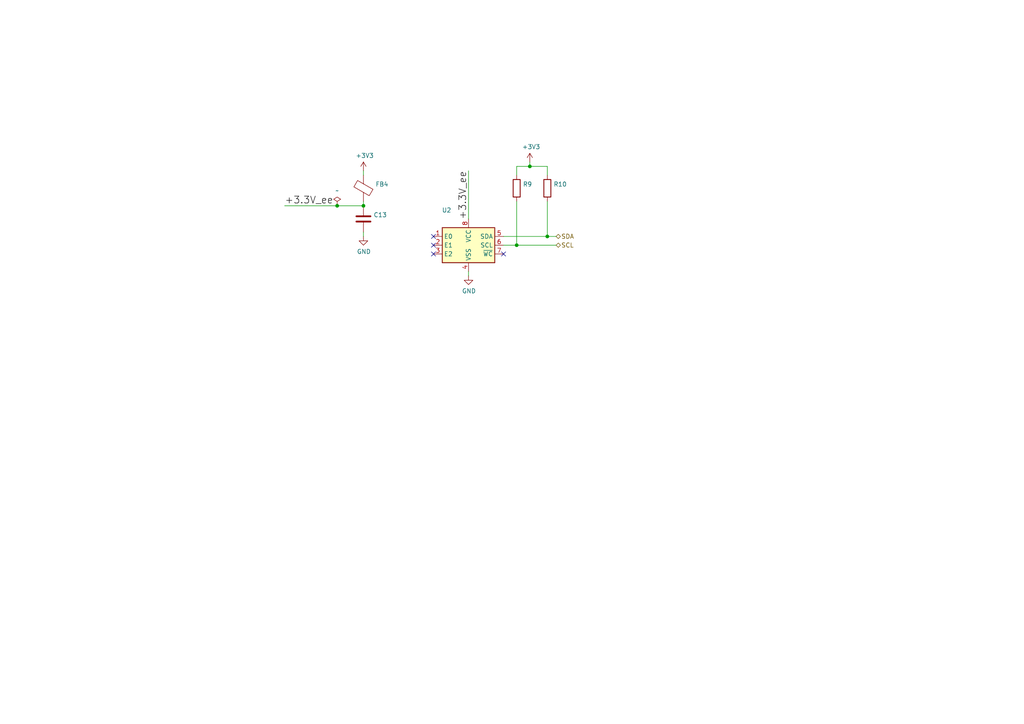
<source format=kicad_sch>
(kicad_sch (version 20211123) (generator eeschema)
  (paper "A4")
  (title_block (title "EEPROM"))
  (lib_symbols
    (symbol "Device:C" (pin_numbers hide) (pin_names (offset 0.254))
      (property "Reference" "C" (at 0.635 2.54 0))
      (property "Value" "C" (at 0.635 -2.54 0))
      (symbol "C_0_1"
        (polyline (pts (xy -2.032 -0.762) (xy 2.032 -0.762)) (stroke (width 0.508)))
        (polyline (pts (xy -2.032 0.762) (xy 2.032 0.762)) (stroke (width 0.508)))
      )
      (symbol "C_1_1"
        (pin passive line (at 0 3.81 270) (length 2.794) (name "~") (number "1"))
        (pin passive line (at 0 -3.81 90) (length 2.794) (name "~") (number "2"))
      )
    )
    (symbol "Device:R" (pin_numbers hide) (pin_names (offset 0))
      (property "Reference" "R" (at 2.032 0 90))
      (property "Value" "R" (at 0 0 90))
      (symbol "R_0_1"
        (rectangle (start -1.016 -2.54) (end 1.016 2.54) (stroke (width 0.254)))
      )
      (symbol "R_1_1"
        (pin passive line (at 0 3.81 270) (length 1.27) (name "~") (number "1"))
        (pin passive line (at 0 -3.81 90) (length 1.27) (name "~") (number "2"))
      )
    )
    (symbol "karta_pomiarowa_v2-rescue:+3.3V-power" (power) (pin_names (offset 0))
      (property "Value" "+3.3V-power" (at 0 3.556 0))
      (symbol "+3.3V-power_0_1"
        (polyline (pts (xy -0.762 1.27) (xy 0 2.54)))
        (polyline (pts (xy 0 0) (xy 0 2.54)))
        (polyline (pts (xy 0 2.54) (xy 0.762 1.27)))
      )
      (symbol "+3.3V-power_1_1"
        (pin power_in line (at 0 0 90) (length 0) hide (name "+3V3") (number "1"))
      )
    )
    (symbol "karta_pomiarowa_v2-rescue:Ferrite_Bead-Device" (pin_numbers hide) (pin_names (offset 0))
      (property "Reference" "FB" (at -3.81 0.635 90))
      (property "Value" "Ferrite_Bead-Device" (at 3.81 0 90))
      (symbol "Ferrite_Bead-Device_0_1"
        (polyline (pts (xy 0 -1.27) (xy 0 -1.2192)))
        (polyline (pts (xy 0 1.27) (xy 0 1.2954)))
        (polyline (pts (xy -2.7686 0.4064) (xy -1.7018 2.2606) (xy 2.7686 -0.3048) (xy 1.6764 -2.159) (xy -2.7686 0.4064)))
      )
      (symbol "Ferrite_Bead-Device_1_1"
        (pin passive line (at 0 3.81 270) (length 2.54) (name "~") (number "1"))
        (pin passive line (at 0 -3.81 90) (length 2.54) (name "~") (number "2"))
      )
    )
    (symbol "karta_pomiarowa_v2-rescue:M24C01-WMN-AT24CSW020-STUM-T"
      (property "Reference" "U" (at -6.35 6.35 0))
      (property "Value" "M24C01-WMN-AT24CSW020-STUM-T" (at 7.62 6.35 0))
      (symbol "M24C01-WMN-AT24CSW020-STUM-T_0_1"
        (rectangle (start -7.62 5.08) (end 7.62 -5.08) (stroke (width 0.254)) (fill (type background)))
      )
      (symbol "M24C01-WMN-AT24CSW020-STUM-T_1_1"
        (pin input line (at -10.16 2.54 0) (length 2.54) (name "E0") (number "1"))
        (pin input line (at -10.16 0 0) (length 2.54) (name "E1") (number "2"))
        (pin input line (at -10.16 -2.54 0) (length 2.54) (name "E2") (number "3"))
        (pin power_in line (at 0 -7.62 90) (length 2.54) (name "VSS") (number "4"))
        (pin bidirectional line (at 10.16 2.54 180) (length 2.54) (name "SDA") (number "5"))
        (pin input line (at 10.16 0 180) (length 2.54) (name "SCL") (number "6"))
        (pin input line (at 10.16 -2.54 180) (length 2.54) (name "~{WC}") (number "7"))
        (pin power_in line (at 0 7.62 270) (length 2.54) (name "VCC") (number "8"))
      )
    )
    (symbol "power:GND" (power) (pin_names (offset 0))
      (property "Value" "GND" (at 0 -3.81 0))
      (symbol "GND_0_1"
        (polyline (pts (xy 0 0) (xy 0 -1.27) (xy 1.27 -1.27) (xy 0 -2.54) (xy -1.27 -1.27) (xy 0 -1.27)))
      )
      (symbol "GND_1_1"
        (pin power_in line (at 0 0 270) (length 0) hide (name "GND") (number "1"))
      )
    )
    (symbol "power:PWR_FLAG" (power) (pin_numbers hide) (pin_names (offset 0) hide)
      (property "Value" "PWR_FLAG" (at 0 3.81 0))
      (symbol "PWR_FLAG_0_0"
        (pin power_out line (at 0 0 90) (length 0) (name "pwr") (number "1"))
      )
      (symbol "PWR_FLAG_0_1"
        (polyline (pts (xy 0 0) (xy 0 1.27) (xy -1.016 1.905) (xy 0 2.54) (xy 1.016 1.905) (xy 0 1.27)))
      )
    )
  )
  (junction (at 158.75 68.58))
  (junction (at 105.41 59.69))
  (junction (at 149.86 71.12))
  (junction (at 97.79 59.69))
  (junction (at 153.67 48.26))
  (no_connect (at 125.73 68.58))
  (no_connect (at 146.05 73.66))
  (no_connect (at 125.73 73.66))
  (no_connect (at 125.73 71.12))
  (wire (pts (xy 158.75 48.26) (xy 158.75 50.8)))
  (wire (pts (xy 149.86 71.12) (xy 161.29 71.12)))
  (wire (pts (xy 135.89 63.5) (xy 135.89 49.53)))
  (wire (pts (xy 153.67 46.99) (xy 153.67 48.26)))
  (wire (pts (xy 146.05 68.58) (xy 158.75 68.58)))
  (wire (pts (xy 105.41 68.58) (xy 105.41 67.31)))
  (wire (pts (xy 82.55 59.69) (xy 97.79 59.69)))
  (wire (pts (xy 158.75 58.42) (xy 158.75 68.58)))
  (wire (pts (xy 97.79 59.69) (xy 105.41 59.69)))
  (wire (pts (xy 153.67 48.26) (xy 158.75 48.26)))
  (wire (pts (xy 105.41 58.42) (xy 105.41 59.69)))
  (wire (pts (xy 105.41 49.53) (xy 105.41 50.8)))
  (wire (pts (xy 149.86 58.42) (xy 149.86 71.12)))
  (wire (pts (xy 158.75 68.58) (xy 161.29 68.58)))
  (wire (pts (xy 149.86 48.26) (xy 149.86 50.8)))
  (wire (pts (xy 153.67 48.26) (xy 149.86 48.26)))
  (wire (pts (xy 146.05 71.12) (xy 149.86 71.12)))
  (wire (pts (xy 135.89 80.01) (xy 135.89 78.74)))
  (label "+3.3V_ee" (at 82.55 59.69 0) (effects (font (size 2.0066 2.0066))))
  (label "+3.3V_ee" (at 135.89 49.53 270) (effects (font (size 2.0066 2.0066))))
  (hierarchical_label "SCL" (shape bidirectional) (at 161.29 71.12 0))
  (hierarchical_label "SDA" (shape bidirectional) (at 161.29 68.58 0))
  (symbol (lib_id "karta_pomiarowa_v2-rescue:M24C01-WMN-AT24CSW020-STUM-T") (at 135.89 71.12 0) (unit 1)
    (property "Reference" "U2" (at 129.54 60.96 0))
    (property "Datasheet" "http://www.st.com/content/ccc/resource/technical/document/datasheet/b0/d8/50/40/5a/85/49/6f/DM00071904.pdf/files/DM00071904.pdf/jcr:content/translations/en.DM00071904.pdf" (effects hide))
  )
  (symbol (lib_id "karta_pomiarowa_v2-rescue:+3.3V-power") (at 105.41 49.53 0) (unit 1)
    (property "Reference" "#PWR017" (effects hide))
  )
  (symbol (lib_id "power:GND") (at 105.41 68.58 0) (unit 1)
    (property "Reference" "#PWR018" (effects hide))
  )
  (symbol (lib_id "Device:R") (at 149.86 54.61 0) (unit 1)
    (property "Reference" "R9" (at 151.638 53.4416 0) (effects (justify left)))
  )
  (symbol (lib_id "Device:R") (at 158.75 54.61 0) (unit 1)
    (property "Reference" "R10" (at 160.528 53.4416 0) (effects (justify left)))
  )
  (symbol (lib_id "karta_pomiarowa_v2-rescue:+3.3V-power") (at 153.67 46.99 0) (unit 1)
    (property "Reference" "#PWR020" (effects hide))
  )
  (symbol (lib_id "power:GND") (at 135.89 80.01 0) (unit 1)
    (property "Reference" "#PWR019" (effects hide))
  )
  (symbol (lib_id "power:PWR_FLAG") (at 97.79 59.69 0) (unit 1)
    (property "Reference" "#FLG04" (effects hide))
  )
  (symbol (lib_id "Device:C") (at 105.41 63.5 0) (unit 1)
    (property "Reference" "C13" (at 108.331 62.3316 0) (effects (justify left)))
  )
  (symbol (lib_id "karta_pomiarowa_v2-rescue:Ferrite_Bead-Device") (at 105.41 54.61 0) (unit 1)
    (property "Reference" "FB4" (at 108.8898 53.4416 0) (effects (justify left)))
  )
)
</source>
